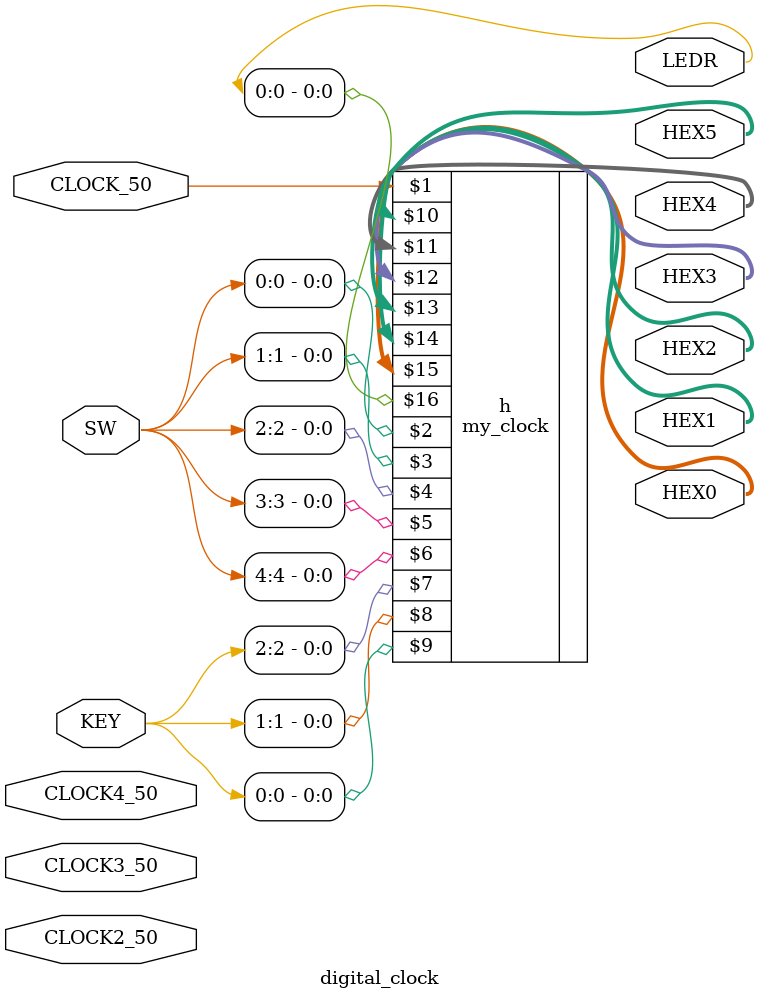
<source format=v>


module digital_clock(

	//////////// CLOCK //////////
	input 		          		CLOCK2_50,
	input 		          		CLOCK3_50,
	input 		          		CLOCK4_50,
	input 		          		CLOCK_50,

	//////////// KEY //////////
	input 		     [3:0]		KEY,

	//////////// SW //////////
	input 		     [9:0]		SW,

	//////////// LED //////////
	output		     [9:0]		LEDR,

	//////////// Seg7 //////////
	output		     [6:0]		HEX0,
	output		     [6:0]		HEX1,
	output		     [6:0]		HEX2,
	output		     [6:0]		HEX3,
	output		     [6:0]		HEX4,
	output		     [6:0]		HEX5
);



//=======================================================
//  REG/WIRE declarations
//=======================================================


my_clock h(CLOCK_50,SW[0],SW[1],SW[2],SW[3],SW[4],KEY[2],KEY[1],KEY[0],
			HEX5[6:0],HEX4[6:0],HEX3[6:0],HEX2[6:0],HEX1[6:0],HEX0[6:0],LEDR[0]);


//=======================================================
//  Structural coding
//=======================================================



endmodule

</source>
